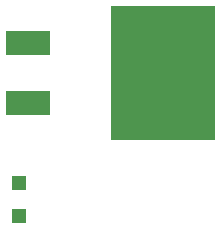
<source format=gbr>
%TF.GenerationSoftware,Altium Limited,Altium Designer,21.8.1 (53)*%
G04 Layer_Color=128*
%FSLAX45Y45*%
%MOMM*%
%TF.SameCoordinates,BA403207-4E74-424F-88DB-B819054AD5B4*%
%TF.FilePolarity,Positive*%
%TF.FileFunction,Paste,Bot*%
%TF.Part,Single*%
G01*
G75*
%TA.AperFunction,SMDPad,CuDef*%
%ADD75R,3.81000X2.08000*%
%ADD76R,8.89000X11.43000*%
%ADD77R,1.20000X1.20000*%
D75*
X7684319Y-4348580D02*
D03*
Y-4856580D02*
D03*
D76*
X8827319Y-4602580D02*
D03*
D77*
X7609116Y-5537959D02*
D03*
Y-5817959D02*
D03*
%TF.MD5,c0bffcec16f652522bf21bcc2ac92e8c*%
M02*

</source>
